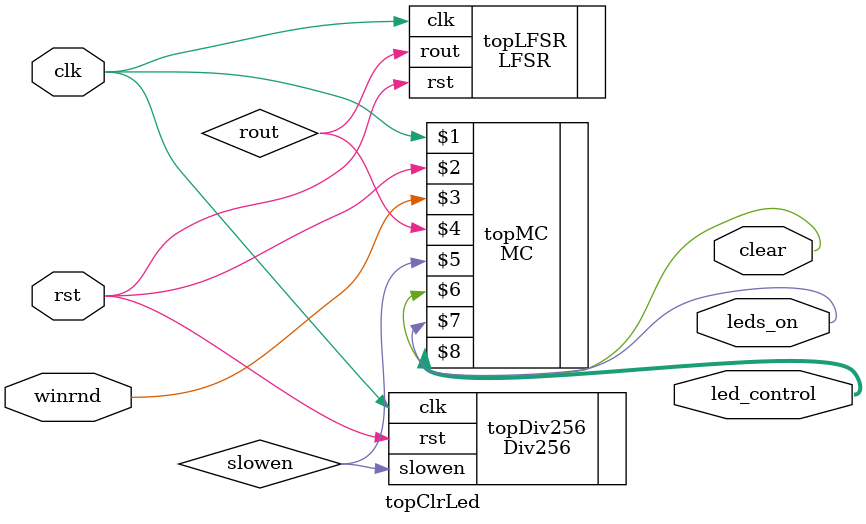
<source format=v>
`timescale 1ns / 1ps
module topClrLed(rst, clk, winrnd, leds_on, clear, led_control);

	input rst, clk, winrnd;
	output leds_on, clear; 
	output [1:0] led_control;
	wire rout, slowen;
	Div256 topDiv256(.clk(clk), .rst(rst), .slowen(slowen));
	LFSR topLFSR(.clk(clk), .rst(rst), .rout(rout));
	MC topMC(clk, rst, winrnd, rout, slowen, clear, leds_on, led_control);
endmodule

</source>
